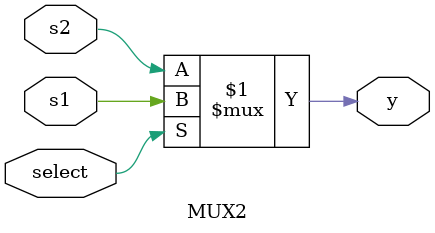
<source format=v>
module MUX2(s1,s2,y,select);
input  s1,s2;
input  select;
output y;

assign y=(select) ? s1:s2;
endmodule
</source>
